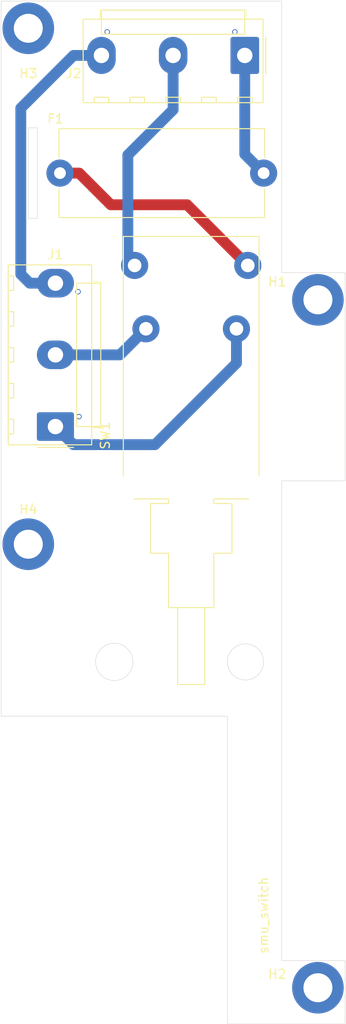
<source format=kicad_pcb>
(kicad_pcb (version 20171130) (host pcbnew 5.1.10-88a1d61d58~88~ubuntu18.04.1)

  (general
    (thickness 1.6)
    (drawings 22)
    (tracks 21)
    (zones 0)
    (modules 8)
    (nets 11)
  )

  (page A4)
  (layers
    (0 F.Cu signal)
    (31 B.Cu signal)
    (32 B.Adhes user hide)
    (33 F.Adhes user hide)
    (34 B.Paste user hide)
    (35 F.Paste user hide)
    (36 B.SilkS user hide)
    (37 F.SilkS user)
    (38 B.Mask user hide)
    (39 F.Mask user hide)
    (40 Dwgs.User user hide)
    (41 Cmts.User user hide)
    (42 Eco1.User user hide)
    (43 Eco2.User user hide)
    (44 Edge.Cuts user)
    (45 Margin user hide)
    (46 B.CrtYd user hide)
    (47 F.CrtYd user hide)
    (48 B.Fab user hide)
    (49 F.Fab user hide)
  )

  (setup
    (last_trace_width 0.25)
    (user_trace_width 0.2)
    (user_trace_width 0.3)
    (user_trace_width 0.4)
    (user_trace_width 0.5)
    (user_trace_width 0.7)
    (user_trace_width 1)
    (user_trace_width 1.2)
    (user_trace_width 1.5)
    (trace_clearance 0.2)
    (zone_clearance 0.508)
    (zone_45_only no)
    (trace_min 0.2)
    (via_size 0.8)
    (via_drill 0.4)
    (via_min_size 0.4)
    (via_min_drill 0.3)
    (user_via 0.6 0.3)
    (user_via 0.9 0.5)
    (user_via 1.5 1)
    (user_via 1.6 1.1)
    (user_via 3 2.2)
    (uvia_size 0.3)
    (uvia_drill 0.1)
    (uvias_allowed no)
    (uvia_min_size 0.2)
    (uvia_min_drill 0.1)
    (edge_width 0.05)
    (segment_width 0.2)
    (pcb_text_width 0.3)
    (pcb_text_size 1.5 1.5)
    (mod_edge_width 0.12)
    (mod_text_size 1 1)
    (mod_text_width 0.15)
    (pad_size 1.524 1.524)
    (pad_drill 0.762)
    (pad_to_mask_clearance 0)
    (aux_axis_origin 0 0)
    (visible_elements FEFFFF7F)
    (pcbplotparams
      (layerselection 0x010fc_ffffffff)
      (usegerberextensions false)
      (usegerberattributes true)
      (usegerberadvancedattributes true)
      (creategerberjobfile true)
      (excludeedgelayer true)
      (linewidth 0.100000)
      (plotframeref false)
      (viasonmask false)
      (mode 1)
      (useauxorigin false)
      (hpglpennumber 1)
      (hpglpenspeed 20)
      (hpglpendiameter 15.000000)
      (psnegative false)
      (psa4output false)
      (plotreference true)
      (plotvalue false)
      (plotinvisibletext false)
      (padsonsilk false)
      (subtractmaskfromsilk false)
      (outputformat 1)
      (mirror false)
      (drillshape 0)
      (scaleselection 1)
      (outputdirectory ""))
  )

  (net 0 "")
  (net 1 "Net-(J1-Pad5)")
  (net 2 "Net-(J1-Pad4)")
  (net 3 "Net-(J1-Pad3)")
  (net 4 "Net-(J1-Pad2)")
  (net 5 "Net-(J1-Pad1)")
  (net 6 "Net-(J2-Pad4)")
  (net 7 "Net-(J2-Pad3)")
  (net 8 "Net-(J2-Pad2)")
  (net 9 "Net-(F1-Pad2)")
  (net 10 "Net-(F1-Pad1)")

  (net_class Default "This is the default net class."
    (clearance 0.2)
    (trace_width 0.25)
    (via_dia 0.8)
    (via_drill 0.4)
    (uvia_dia 0.3)
    (uvia_drill 0.1)
    (add_net "Net-(F1-Pad1)")
    (add_net "Net-(F1-Pad2)")
    (add_net "Net-(J1-Pad1)")
    (add_net "Net-(J1-Pad2)")
    (add_net "Net-(J1-Pad3)")
    (add_net "Net-(J1-Pad4)")
    (add_net "Net-(J1-Pad5)")
    (add_net "Net-(J2-Pad2)")
    (add_net "Net-(J2-Pad3)")
    (add_net "Net-(J2-Pad4)")
  )

  (module MountingHole:MountingHole_3.2mm_M3_ISO7380_Pad (layer F.Cu) (tedit 56D1B4CB) (tstamp 608D0506)
    (at -32 27)
    (descr "Mounting Hole 3.2mm, M3, ISO7380")
    (tags "mounting hole 3.2mm m3 iso7380")
    (path /608D3BCF)
    (attr virtual)
    (fp_text reference H4 (at 0 -3.85) (layer F.SilkS)
      (effects (font (size 1 1) (thickness 0.15)))
    )
    (fp_text value MountingHole (at 0 3.85) (layer F.Fab)
      (effects (font (size 1 1) (thickness 0.15)))
    )
    (fp_circle (center 0 0) (end 2.85 0) (layer Cmts.User) (width 0.15))
    (fp_circle (center 0 0) (end 3.1 0) (layer F.CrtYd) (width 0.05))
    (fp_text user %R (at 0.3 0) (layer F.Fab)
      (effects (font (size 1 1) (thickness 0.15)))
    )
    (pad 1 thru_hole circle (at 0 0) (size 5.7 5.7) (drill 3.2) (layers *.Cu *.Mask))
  )

  (module MountingHole:MountingHole_3.2mm_M3_ISO7380_Pad (layer F.Cu) (tedit 56D1B4CB) (tstamp 608D04FE)
    (at -32 -30)
    (descr "Mounting Hole 3.2mm, M3, ISO7380")
    (tags "mounting hole 3.2mm m3 iso7380")
    (path /608D3BC9)
    (attr virtual)
    (fp_text reference H3 (at 0 5) (layer F.SilkS)
      (effects (font (size 1 1) (thickness 0.15)))
    )
    (fp_text value MountingHole (at 0 3.85) (layer F.Fab)
      (effects (font (size 1 1) (thickness 0.15)))
    )
    (fp_circle (center 0 0) (end 2.85 0) (layer Cmts.User) (width 0.15))
    (fp_circle (center 0 0) (end 3.1 0) (layer F.CrtYd) (width 0.05))
    (fp_text user %R (at 0.3 0) (layer F.Fab)
      (effects (font (size 1 1) (thickness 0.15)))
    )
    (pad 1 thru_hole circle (at 0 0) (size 5.7 5.7) (drill 3.2) (layers *.Cu *.Mask))
  )

  (module j_lib:NE18-2P (layer F.Cu) (tedit 5FAAA066) (tstamp 608D022C)
    (at -14 21 270)
    (path /608D4BE4)
    (fp_text reference SW1 (at -6 9.5 90) (layer F.SilkS)
      (effects (font (size 1 1) (thickness 0.15)))
    )
    (fp_text value SW_DPST (at -8.5 -9.5 90) (layer F.Fab)
      (effects (font (size 1 1) (thickness 0.15)))
    )
    (fp_line (start 13 -2.5) (end 7 -2.5) (layer F.SilkS) (width 0.12))
    (fp_line (start 7 2.5) (end 13 2.5) (layer F.SilkS) (width 0.12))
    (fp_line (start -5 7.5) (end 1 7.5) (layer F.SilkS) (width 0.12))
    (fp_line (start 1 -7.5) (end -5 -7.5) (layer F.SilkS) (width 0.12))
    (fp_line (start 13 2.5) (end 13 1.5) (layer F.SilkS) (width 0.12))
    (fp_line (start 13 -2.5) (end 13 -1.5) (layer F.SilkS) (width 0.12))
    (fp_line (start 13 -1.5) (end 21.5 -1.5) (layer F.SilkS) (width 0.12))
    (fp_line (start 13 1.5) (end 13 -1.5) (layer F.SilkS) (width 0.12))
    (fp_line (start 21.5 1.5) (end 13 1.5) (layer F.SilkS) (width 0.12))
    (fp_line (start 21.5 1.5) (end 21.5 1) (layer F.SilkS) (width 0.12))
    (fp_line (start 1 -7.5) (end 1 -2.5) (layer F.SilkS) (width 0.12))
    (fp_line (start -28 -7.5) (end -5 -7.5) (layer F.SilkS) (width 0.12))
    (fp_line (start 1 7.5) (end 1 2.5) (layer F.SilkS) (width 0.12))
    (fp_line (start -28 7.5) (end -5 7.5) (layer F.SilkS) (width 0.12))
    (fp_line (start 1.5 2.5) (end 1 2.5) (layer F.SilkS) (width 0.12))
    (fp_line (start 1.5 -2.5) (end 1 -2.5) (layer F.SilkS) (width 0.12))
    (fp_line (start 7 4.5) (end 7 2.5) (layer F.SilkS) (width 0.12))
    (fp_line (start 1.5 4.5) (end 7 4.5) (layer F.SilkS) (width 0.12))
    (fp_line (start 1.5 2.5) (end 1.5 4.5) (layer F.SilkS) (width 0.12))
    (fp_line (start 7 -4.5) (end 7 -2.5) (layer F.SilkS) (width 0.12))
    (fp_line (start 1.5 -4.5) (end 7 -4.5) (layer F.SilkS) (width 0.12))
    (fp_line (start 1.5 -2.5) (end 1.5 -4.5) (layer F.SilkS) (width 0.12))
    (fp_line (start 21.5 -1.5) (end 21.5 1) (layer F.SilkS) (width 0.12))
    (fp_line (start -28 -7.5) (end -28 -7) (layer F.SilkS) (width 0.12))
    (fp_line (start -28 -7) (end -28 7.5) (layer F.SilkS) (width 0.12))
    (pad "" np_thru_hole circle (at 0 7.5 270) (size 3 3) (drill 3) (layers *.Cu *.Mask))
    (pad "" np_thru_hole circle (at 0 0 270) (size 3 3) (drill 3) (layers *.Cu *.Mask))
    (pad "" np_thru_hole circle (at 0 -7.5 270) (size 3 3) (drill 3) (layers *.Cu *.Mask))
    (pad 4 thru_hole circle (at -24.8 6.25 270) (size 3 3) (drill 1.5) (layers *.Cu *.Mask)
      (net 7 "Net-(J2-Pad3)"))
    (pad 3 thru_hole circle (at -17.8 5 270) (size 3 3) (drill 1.5) (layers *.Cu *.Mask)
      (net 3 "Net-(J1-Pad3)"))
    (pad 2 thru_hole circle (at -24.8 -6.25 270) (size 3 3) (drill 1.5) (layers *.Cu *.Mask)
      (net 9 "Net-(F1-Pad2)"))
    (pad 1 thru_hole circle (at -17.8 -5 270) (size 3 3) (drill 1.5) (layers *.Cu *.Mask)
      (net 5 "Net-(J1-Pad1)"))
  )

  (module Connector_Molex:Molex_KK-396_A-41791-0005_1x05_P3.96mm_Vertical (layer F.Cu) (tedit 608C8A3E) (tstamp 608C8C3F)
    (at -29 14 90)
    (descr "Molex KK 396 Interconnect System, old/engineering part number: A-41791-0005 example for new part number: 26-60-4050, 5 Pins (https://www.molex.com/pdm_docs/sd/026604020_sd.pdf), generated with kicad-footprint-generator")
    (tags "connector Molex KK-396 vertical")
    (path /608D4BEC)
    (fp_text reference J1 (at 19 0 180) (layer F.SilkS)
      (effects (font (size 1 1) (thickness 0.15)))
    )
    (fp_text value Conn_01x05_Male (at 7.92 6.1 90) (layer F.Fab)
      (effects (font (size 1 1) (thickness 0.15)))
    )
    (fp_line (start -1.91 -5.11) (end 17.75 -5.11) (layer F.Fab) (width 0.1))
    (fp_line (start 17.75 -5.11) (end 17.75 3.895) (layer F.Fab) (width 0.1))
    (fp_line (start 17.75 3.895) (end 15.845 3.895) (layer F.Fab) (width 0.1))
    (fp_line (start 15.845 3.895) (end 15.845 4.9) (layer F.Fab) (width 0.1))
    (fp_line (start 15.845 4.9) (end -0.005 4.9) (layer F.Fab) (width 0.1))
    (fp_line (start -0.005 4.9) (end -0.005 3.895) (layer F.Fab) (width 0.1))
    (fp_line (start -0.005 3.895) (end -1.91 3.895) (layer F.Fab) (width 0.1))
    (fp_line (start -1.91 3.895) (end -1.91 -5.11) (layer F.Fab) (width 0.1))
    (fp_line (start -2.02 -5.22) (end 17.86 -5.22) (layer F.SilkS) (width 0.12))
    (fp_line (start 17.86 -5.22) (end 17.86 4.005) (layer F.SilkS) (width 0.12))
    (fp_line (start 17.86 4.005) (end 15.955 4.005) (layer F.SilkS) (width 0.12))
    (fp_line (start 15.955 4.005) (end 15.955 5.01) (layer F.SilkS) (width 0.12))
    (fp_line (start 15.955 5.01) (end -0.115 5.01) (layer F.SilkS) (width 0.12))
    (fp_line (start -0.115 5.01) (end -0.115 4.005) (layer F.SilkS) (width 0.12))
    (fp_line (start -0.115 4.005) (end -2.02 4.005) (layer F.SilkS) (width 0.12))
    (fp_line (start -2.02 4.005) (end -2.02 -5.22) (layer F.SilkS) (width 0.12))
    (fp_line (start -2.31 -2) (end -2.31 2) (layer F.SilkS) (width 0.12))
    (fp_line (start -1.91 -0.5) (end -1.202893 0) (layer F.Fab) (width 0.1))
    (fp_line (start -1.202893 0) (end -1.91 0.5) (layer F.Fab) (width 0.1))
    (fp_line (start 0 5.01) (end 0 4.01) (layer F.SilkS) (width 0.12))
    (fp_line (start 0 4.01) (end 15.84 4.01) (layer F.SilkS) (width 0.12))
    (fp_line (start 15.84 4.01) (end 15.84 5.01) (layer F.SilkS) (width 0.12))
    (fp_line (start 0 4.01) (end 0 2.34) (layer F.SilkS) (width 0.12))
    (fp_line (start 0 2.34) (end 15.84 2.34) (layer F.SilkS) (width 0.12))
    (fp_line (start 15.84 2.34) (end 15.84 4.01) (layer F.SilkS) (width 0.12))
    (fp_line (start -0.8 -5.22) (end -0.8 -4.62) (layer F.SilkS) (width 0.12))
    (fp_line (start -0.8 -4.62) (end 0.8 -4.62) (layer F.SilkS) (width 0.12))
    (fp_line (start 0.8 -4.62) (end 0.8 -5.22) (layer F.SilkS) (width 0.12))
    (fp_line (start 3.16 -5.22) (end 3.16 -4.62) (layer F.SilkS) (width 0.12))
    (fp_line (start 3.16 -4.62) (end 4.76 -4.62) (layer F.SilkS) (width 0.12))
    (fp_line (start 4.76 -4.62) (end 4.76 -5.22) (layer F.SilkS) (width 0.12))
    (fp_line (start 7.12 -5.22) (end 7.12 -4.62) (layer F.SilkS) (width 0.12))
    (fp_line (start 7.12 -4.62) (end 8.72 -4.62) (layer F.SilkS) (width 0.12))
    (fp_line (start 8.72 -4.62) (end 8.72 -5.22) (layer F.SilkS) (width 0.12))
    (fp_line (start 11.08 -5.22) (end 11.08 -4.62) (layer F.SilkS) (width 0.12))
    (fp_line (start 11.08 -4.62) (end 12.68 -4.62) (layer F.SilkS) (width 0.12))
    (fp_line (start 12.68 -4.62) (end 12.68 -5.22) (layer F.SilkS) (width 0.12))
    (fp_line (start 15.04 -5.22) (end 15.04 -4.62) (layer F.SilkS) (width 0.12))
    (fp_line (start 15.04 -4.62) (end 16.64 -4.62) (layer F.SilkS) (width 0.12))
    (fp_line (start 16.64 -4.62) (end 16.64 -5.22) (layer F.SilkS) (width 0.12))
    (fp_line (start -2.41 -5.61) (end -2.41 5.4) (layer F.CrtYd) (width 0.05))
    (fp_line (start -2.41 5.4) (end 18.25 5.4) (layer F.CrtYd) (width 0.05))
    (fp_line (start 18.25 5.4) (end 18.25 -5.61) (layer F.CrtYd) (width 0.05))
    (fp_line (start 18.25 -5.61) (end -2.41 -5.61) (layer F.CrtYd) (width 0.05))
    (fp_text user %R (at 7.92 -4.41 90) (layer F.Fab)
      (effects (font (size 1 1) (thickness 0.15)))
    )
    (pad 5 thru_hole oval (at 15.84 0 90) (size 3.16 4.1) (drill 1.7) (layers *.Cu *.Mask)
      (net 1 "Net-(J1-Pad5)"))
    (pad 4 thru_hole circle (at 14.9 2.5 90) (size 0.6 0.6) (drill 0.4) (layers *.Cu *.Mask)
      (net 2 "Net-(J1-Pad4)"))
    (pad 3 thru_hole oval (at 7.92 0 90) (size 3.16 4.1) (drill 1.7) (layers *.Cu *.Mask)
      (net 3 "Net-(J1-Pad3)"))
    (pad 2 thru_hole circle (at 1.1 2.6 90) (size 0.6 0.6) (drill 0.4) (layers *.Cu *.Mask)
      (net 4 "Net-(J1-Pad2)"))
    (pad 1 thru_hole roundrect (at 0 0 90) (size 3.16 4.1) (drill 1.7) (layers *.Cu *.Mask) (roundrect_rratio 0.07911392405063292)
      (net 5 "Net-(J1-Pad1)"))
    (model ${KISYS3DMOD}/Connector_Molex.3dshapes/Molex_KK-396_A-41791-0005_1x05_P3.96mm_Vertical.wrl
      (at (xyz 0 0 0))
      (scale (xyz 1 1 1))
      (rotate (xyz 0 0 0))
    )
  )

  (module Connector_Molex:Molex_KK-396_A-41791-0005_1x05_P3.96mm_Vertical (layer F.Cu) (tedit 608C8A0E) (tstamp 608C8C19)
    (at -8.08 -27 180)
    (descr "Molex KK 396 Interconnect System, old/engineering part number: A-41791-0005 example for new part number: 26-60-4050, 5 Pins (https://www.molex.com/pdm_docs/sd/026604020_sd.pdf), generated with kicad-footprint-generator")
    (tags "connector Molex KK-396 vertical")
    (path /608D4BF2)
    (fp_text reference J2 (at 18.92 -2) (layer F.SilkS)
      (effects (font (size 1 1) (thickness 0.15)))
    )
    (fp_text value Conn_01x05_Male (at 7.92 6.1 180) (layer F.Fab)
      (effects (font (size 1 1) (thickness 0.15)))
    )
    (fp_line (start -1.91 -5.11) (end 17.75 -5.11) (layer F.Fab) (width 0.1))
    (fp_line (start 17.75 -5.11) (end 17.75 3.895) (layer F.Fab) (width 0.1))
    (fp_line (start 17.75 3.895) (end 15.845 3.895) (layer F.Fab) (width 0.1))
    (fp_line (start 15.845 3.895) (end 15.845 4.9) (layer F.Fab) (width 0.1))
    (fp_line (start 15.845 4.9) (end -0.005 4.9) (layer F.Fab) (width 0.1))
    (fp_line (start -0.005 4.9) (end -0.005 3.895) (layer F.Fab) (width 0.1))
    (fp_line (start -0.005 3.895) (end -1.91 3.895) (layer F.Fab) (width 0.1))
    (fp_line (start -1.91 3.895) (end -1.91 -5.11) (layer F.Fab) (width 0.1))
    (fp_line (start -2.02 -5.22) (end 17.86 -5.22) (layer F.SilkS) (width 0.12))
    (fp_line (start 17.86 -5.22) (end 17.86 4.005) (layer F.SilkS) (width 0.12))
    (fp_line (start 17.86 4.005) (end 15.955 4.005) (layer F.SilkS) (width 0.12))
    (fp_line (start 15.955 4.005) (end 15.955 5.01) (layer F.SilkS) (width 0.12))
    (fp_line (start 15.955 5.01) (end -0.115 5.01) (layer F.SilkS) (width 0.12))
    (fp_line (start -0.115 5.01) (end -0.115 4.005) (layer F.SilkS) (width 0.12))
    (fp_line (start -0.115 4.005) (end -2.02 4.005) (layer F.SilkS) (width 0.12))
    (fp_line (start -2.02 4.005) (end -2.02 -5.22) (layer F.SilkS) (width 0.12))
    (fp_line (start -2.31 -2) (end -2.31 2) (layer F.SilkS) (width 0.12))
    (fp_line (start -1.91 -0.5) (end -1.202893 0) (layer F.Fab) (width 0.1))
    (fp_line (start -1.202893 0) (end -1.91 0.5) (layer F.Fab) (width 0.1))
    (fp_line (start 0 5.01) (end 0 4.01) (layer F.SilkS) (width 0.12))
    (fp_line (start 0 4.01) (end 15.84 4.01) (layer F.SilkS) (width 0.12))
    (fp_line (start 15.84 4.01) (end 15.84 5.01) (layer F.SilkS) (width 0.12))
    (fp_line (start 0 4.01) (end 0 2.34) (layer F.SilkS) (width 0.12))
    (fp_line (start 0 2.34) (end 15.84 2.34) (layer F.SilkS) (width 0.12))
    (fp_line (start 15.84 2.34) (end 15.84 4.01) (layer F.SilkS) (width 0.12))
    (fp_line (start -0.8 -5.22) (end -0.8 -4.62) (layer F.SilkS) (width 0.12))
    (fp_line (start -0.8 -4.62) (end 0.8 -4.62) (layer F.SilkS) (width 0.12))
    (fp_line (start 0.8 -4.62) (end 0.8 -5.22) (layer F.SilkS) (width 0.12))
    (fp_line (start 3.16 -5.22) (end 3.16 -4.62) (layer F.SilkS) (width 0.12))
    (fp_line (start 3.16 -4.62) (end 4.76 -4.62) (layer F.SilkS) (width 0.12))
    (fp_line (start 4.76 -4.62) (end 4.76 -5.22) (layer F.SilkS) (width 0.12))
    (fp_line (start 7.12 -5.22) (end 7.12 -4.62) (layer F.SilkS) (width 0.12))
    (fp_line (start 7.12 -4.62) (end 8.72 -4.62) (layer F.SilkS) (width 0.12))
    (fp_line (start 8.72 -4.62) (end 8.72 -5.22) (layer F.SilkS) (width 0.12))
    (fp_line (start 11.08 -5.22) (end 11.08 -4.62) (layer F.SilkS) (width 0.12))
    (fp_line (start 11.08 -4.62) (end 12.68 -4.62) (layer F.SilkS) (width 0.12))
    (fp_line (start 12.68 -4.62) (end 12.68 -5.22) (layer F.SilkS) (width 0.12))
    (fp_line (start 15.04 -5.22) (end 15.04 -4.62) (layer F.SilkS) (width 0.12))
    (fp_line (start 15.04 -4.62) (end 16.64 -4.62) (layer F.SilkS) (width 0.12))
    (fp_line (start 16.64 -4.62) (end 16.64 -5.22) (layer F.SilkS) (width 0.12))
    (fp_line (start -2.41 -5.61) (end -2.41 5.4) (layer F.CrtYd) (width 0.05))
    (fp_line (start -2.41 5.4) (end 18.25 5.4) (layer F.CrtYd) (width 0.05))
    (fp_line (start 18.25 5.4) (end 18.25 -5.61) (layer F.CrtYd) (width 0.05))
    (fp_line (start 18.25 -5.61) (end -2.41 -5.61) (layer F.CrtYd) (width 0.05))
    (fp_text user %R (at 7.92 -4.41 180) (layer F.Fab)
      (effects (font (size 1 1) (thickness 0.15)))
    )
    (pad 5 thru_hole oval (at 15.84 0 180) (size 3.16 4.1) (drill 1.7) (layers *.Cu *.Mask)
      (net 1 "Net-(J1-Pad5)"))
    (pad 4 thru_hole circle (at 15.2 2.6 180) (size 0.6 0.6) (drill 0.4) (layers *.Cu *.Mask)
      (net 6 "Net-(J2-Pad4)"))
    (pad 3 thru_hole oval (at 7.92 0 180) (size 3.16 4.1) (drill 1.7) (layers *.Cu *.Mask)
      (net 7 "Net-(J2-Pad3)"))
    (pad 2 thru_hole circle (at 1.1 2.6 180) (size 0.6 0.6) (drill 0.4) (layers *.Cu *.Mask)
      (net 8 "Net-(J2-Pad2)"))
    (pad 1 thru_hole roundrect (at 0 0 180) (size 3.16 4.1) (drill 1.7) (layers *.Cu *.Mask) (roundrect_rratio 0.07911392405063292)
      (net 10 "Net-(F1-Pad1)"))
    (model ${KISYS3DMOD}/Connector_Molex.3dshapes/Molex_KK-396_A-41791-0005_1x05_P3.96mm_Vertical.wrl
      (at (xyz 0 0 0))
      (scale (xyz 1 1 1))
      (rotate (xyz 0 0 0))
    )
  )

  (module Fuse:Fuseholder_Cylinder-5x20mm_Schurter_0031_8201_Horizontal_Open (layer F.Cu) (tedit 5D717D34) (tstamp 608C9D2C)
    (at -6 -14 180)
    (descr "Fuseholder horizontal open, 5x20mm, 500V, 16A, Schurter 0031.8201, https://us.schurter.com/bundles/snceschurter/epim/_ProdPool_/newDS/en/typ_OGN.pdf")
    (tags "Fuseholder horizontal open 5x20 Schurter 0031.8201")
    (path /608CAD34)
    (fp_text reference F1 (at 23 6) (layer F.SilkS)
      (effects (font (size 1 1) (thickness 0.15)))
    )
    (fp_text value Fuse (at 11.25 6) (layer F.Fab)
      (effects (font (size 1 1) (thickness 0.15)))
    )
    (fp_line (start -0.11 4.91) (end -0.11 1.75) (layer F.SilkS) (width 0.12))
    (fp_line (start 24.25 -5.05) (end 24.25 5.05) (layer F.CrtYd) (width 0.05))
    (fp_line (start -0.11 4.91) (end 22.61 4.91) (layer F.SilkS) (width 0.12))
    (fp_line (start -1.75 -5.05) (end 24.25 -5.05) (layer F.CrtYd) (width 0.05))
    (fp_line (start 24.25 5.05) (end -1.75 5.05) (layer F.CrtYd) (width 0.05))
    (fp_line (start -0.11 -4.91) (end 22.61 -4.91) (layer F.SilkS) (width 0.12))
    (fp_line (start -0.11 -1.75) (end -0.11 -4.91) (layer F.SilkS) (width 0.12))
    (fp_line (start 22.61 -1.75) (end 22.61 -4.91) (layer F.SilkS) (width 0.12))
    (fp_line (start 22.61 4.91) (end 22.61 1.75) (layer F.SilkS) (width 0.12))
    (fp_line (start -1.75 5.05) (end -1.75 -5.05) (layer F.CrtYd) (width 0.05))
    (fp_line (start 22.5 -4.8) (end 0 -4.8) (layer F.Fab) (width 0.1))
    (fp_line (start 22.5 4.8) (end 22.5 -4.8) (layer F.Fab) (width 0.1))
    (fp_line (start 0 4.8) (end 22.5 4.8) (layer F.Fab) (width 0.1))
    (fp_line (start 0 -4.8) (end 0 4.8) (layer F.Fab) (width 0.1))
    (fp_text user %R (at 11.25 4) (layer F.Fab)
      (effects (font (size 1 1) (thickness 0.15)))
    )
    (pad "" np_thru_hole circle (at 11.25 0 180) (size 2.7 2.7) (drill 2.7) (layers *.Cu *.Mask))
    (pad 2 thru_hole circle (at 22.5 0 180) (size 3 3) (drill 1.3) (layers *.Cu *.Mask)
      (net 9 "Net-(F1-Pad2)"))
    (pad 1 thru_hole circle (at 0 0 180) (size 3 3) (drill 1.3) (layers *.Cu *.Mask)
      (net 10 "Net-(F1-Pad1)"))
    (model ${KISYS3DMOD}/Fuse.3dshapes/Fuseholder_Cylinder-5x20mm_Schurter_0031_8201_Horizontal_Open.wrl
      (at (xyz 0 0 0))
      (scale (xyz 1 1 1))
      (rotate (xyz 0 0 0))
    )
  )

  (module MountingHole:MountingHole_3.2mm_M3_ISO7380_Pad (layer F.Cu) (tedit 56D1B4CB) (tstamp 608C88F8)
    (at 0 76)
    (descr "Mounting Hole 3.2mm, M3, ISO7380")
    (tags "mounting hole 3.2mm m3 iso7380")
    (path /608C8BC2)
    (attr virtual)
    (fp_text reference H2 (at -4.5 -1.5) (layer F.SilkS)
      (effects (font (size 1 1) (thickness 0.15)))
    )
    (fp_text value MountingHole (at 0 3.85) (layer F.Fab)
      (effects (font (size 1 1) (thickness 0.15)))
    )
    (fp_circle (center 0 0) (end 3.1 0) (layer F.CrtYd) (width 0.05))
    (fp_circle (center 0 0) (end 2.85 0) (layer Cmts.User) (width 0.15))
    (fp_text user %R (at 0.3 0) (layer F.Fab)
      (effects (font (size 1 1) (thickness 0.15)))
    )
    (pad 1 thru_hole circle (at 0 0) (size 5.7 5.7) (drill 3.2) (layers *.Cu *.Mask))
  )

  (module MountingHole:MountingHole_3.2mm_M3_ISO7380_Pad (layer F.Cu) (tedit 56D1B4CB) (tstamp 608C88F0)
    (at 0 0)
    (descr "Mounting Hole 3.2mm, M3, ISO7380")
    (tags "mounting hole 3.2mm m3 iso7380")
    (path /608C89C4)
    (attr virtual)
    (fp_text reference H1 (at -4.5 -2) (layer F.SilkS)
      (effects (font (size 1 1) (thickness 0.15)))
    )
    (fp_text value MountingHole (at 0 3.85) (layer F.Fab)
      (effects (font (size 1 1) (thickness 0.15)))
    )
    (fp_circle (center 0 0) (end 3.1 0) (layer F.CrtYd) (width 0.05))
    (fp_circle (center 0 0) (end 2.85 0) (layer Cmts.User) (width 0.15))
    (fp_text user %R (at 0.3 0) (layer F.Fab)
      (effects (font (size 1 1) (thickness 0.15)))
    )
    (pad 1 thru_hole circle (at 0 0) (size 5.7 5.7) (drill 3.2) (layers *.Cu *.Mask))
  )

  (gr_text smu_switch (at -6 68 90) (layer F.SilkS)
    (effects (font (size 1 1) (thickness 0.15)))
  )
  (gr_line (start -4 73) (end -4 20) (layer Edge.Cuts) (width 0.05) (tstamp 608D06F8))
  (gr_line (start 3 20) (end 3 3) (layer Edge.Cuts) (width 0.05) (tstamp 608D06F7))
  (gr_line (start -4 20) (end 3 20) (layer Edge.Cuts) (width 0.05))
  (gr_line (start -35 46) (end -35 -33) (layer Edge.Cuts) (width 0.05))
  (gr_line (start -10 46) (end -35 46) (layer Edge.Cuts) (width 0.05))
  (gr_line (start -10 80) (end -10 46) (layer Edge.Cuts) (width 0.05))
  (gr_line (start 3 80) (end -10 80) (layer Edge.Cuts) (width 0.05))
  (gr_line (start -21.5 43) (end -21.5 43) (layer Edge.Cuts) (width 0.05) (tstamp 608D029A))
  (gr_circle (center -22.5 40) (end -23 42) (layer Edge.Cuts) (width 0.05))
  (gr_circle (center -8 40) (end -6 40) (layer Edge.Cuts) (width 0.05))
  (gr_line (start -32 -19) (end -32 -9) (layer Edge.Cuts) (width 0.05) (tstamp 608CA0E0))
  (gr_line (start -31 -19) (end -32 -19) (layer Edge.Cuts) (width 0.05))
  (gr_line (start -31 -9) (end -31 -19) (layer Edge.Cuts) (width 0.05))
  (gr_line (start -32 -9) (end -31 -9) (layer Edge.Cuts) (width 0.05))
  (gr_line (start -30 -33) (end -35 -33) (layer Edge.Cuts) (width 0.05))
  (gr_line (start -4 -33) (end -30 -33) (layer Edge.Cuts) (width 0.05))
  (gr_line (start -4 -3) (end -4 -33) (layer Edge.Cuts) (width 0.05))
  (gr_line (start -4 -3) (end 3 -3) (layer Edge.Cuts) (width 0.05) (tstamp 608C8AEB))
  (gr_line (start 3 73) (end 3 80) (layer Edge.Cuts) (width 0.05) (tstamp 608C8A5D))
  (gr_line (start -4 73) (end 3 73) (layer Edge.Cuts) (width 0.05))
  (gr_line (start 3 -3) (end 3 3) (layer Edge.Cuts) (width 0.05))

  (segment (start -32.82501 -21.17499) (end -32.82501 -2.82501) (width 1.2) (layer B.Cu) (net 1))
  (segment (start -23.92 -27) (end -27 -27) (width 1.2) (layer B.Cu) (net 1))
  (segment (start -27 -27) (end -32.82501 -21.17499) (width 1.2) (layer B.Cu) (net 1))
  (segment (start -31.84 -1.84) (end -29 -1.84) (width 1.2) (layer B.Cu) (net 1))
  (segment (start -32.82501 -2.82501) (end -31.84 -1.84) (width 1.2) (layer B.Cu) (net 1))
  (segment (start -21.88 6.08) (end -19 3.2) (width 1.2) (layer B.Cu) (net 3))
  (segment (start -29 6.08) (end -21.88 6.08) (width 1.2) (layer B.Cu) (net 3))
  (segment (start -9 7) (end -9 3.2) (width 1.2) (layer B.Cu) (net 5))
  (segment (start -18 16) (end -9 7) (width 1.2) (layer B.Cu) (net 5))
  (segment (start -29 14) (end -27 16) (width 1.2) (layer B.Cu) (net 5))
  (segment (start -27 16) (end -18 16) (width 1.2) (layer B.Cu) (net 5))
  (segment (start -21 -4.55) (end -20.25 -3.8) (width 1.2) (layer B.Cu) (net 7))
  (segment (start -16 -27) (end -16 -21) (width 1.2) (layer B.Cu) (net 7))
  (segment (start -21 -16) (end -21 -4.55) (width 1.2) (layer B.Cu) (net 7))
  (segment (start -16 -21) (end -21 -16) (width 1.2) (layer B.Cu) (net 7))
  (segment (start -14.45 -10.5) (end -7.75 -3.8) (width 1.2) (layer F.Cu) (net 9))
  (segment (start -22.87868 -10.5) (end -14.45 -10.5) (width 1.2) (layer F.Cu) (net 9))
  (segment (start -28.5 -14) (end -26.37868 -14) (width 1.2) (layer F.Cu) (net 9))
  (segment (start -26.37868 -14) (end -22.87868 -10.5) (width 1.2) (layer F.Cu) (net 9))
  (segment (start -8.08 -16.08) (end -6 -14) (width 1.2) (layer B.Cu) (net 10))
  (segment (start -8.08 -27) (end -8.08 -16.08) (width 1.2) (layer B.Cu) (net 10))

)

</source>
